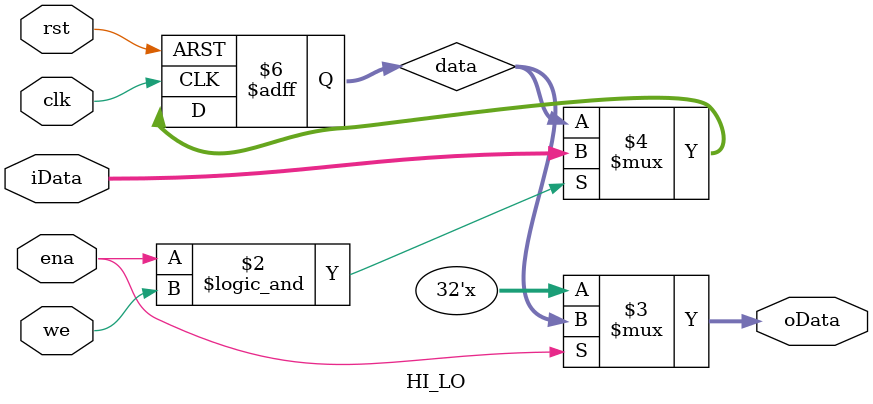
<source format=v>
`timescale 1ns / 1ps

module HI_LO(
	input clk,
	input rst,
	input we,
	input ena,
	input [31:0] iData,

	output [31:0] oData
    );

	reg [31:0] data;
	always @(posedge clk or posedge rst) begin
		if (rst) data <= 0;
		else begin
			if (ena && we) data <= iData;
		end
	end
	assign oData = ena ? data:32'bz;
endmodule

</source>
